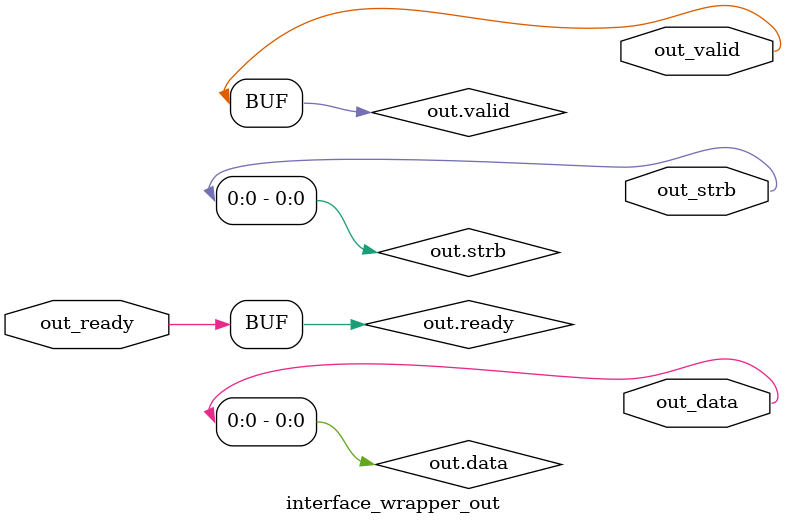
<source format=sv>
module interface_wrapper
(
  input [15:0] a_i_data,
  input a_i_valid,
  output a_i_ready,
  input [3:0] a_i_strb,
  // input a stream
  hwpe_stream_intf_stream.sink   a_i,
  output [15:0] d_o_data,
  output d_o_valid,
  input d_o_ready,
  output [3:0] d_o_strb,
  // output d stream
  hwpe_stream_intf_stream.source d_o
);

  assign a_i.ready = a_i_ready;
  assign a_i_valid = a_i.valid;
  assign a_i_data = a_i.data;
  assign a_i_strb = a_i.strb;

  assign d_o_ready = d_o.ready;
  assign d_o.valid = d_o_valid;
  assign d_o.data = d_o_data;
  assign d_o.strb = d_o_strb;

endmodule

module interface_wrapper_in
(
  input [15:0] in_data,
  input in_valid,
  output in_ready,
  input [3:0] in_strb,
  // input stream intf
  hwpe_stream_intf_stream.sink   in
);

  assign in.ready = in_ready;
  assign in_valid = in.valid;
  assign in_data = in.data;
  assign in_strb = in.strb;

endmodule

module interface_wrapper_out
(
  output [15:0] out_data,
  output out_valid,
  input out_ready,
  output [3:0] out_strb,
  // output stream intf
  hwpe_stream_intf_stream.source out
);

  assign out_ready = out.ready;
  assign out.valid = out_valid;
  assign out.data = out_data;
  assign out.strb = out_strb;

endmodule

</source>
